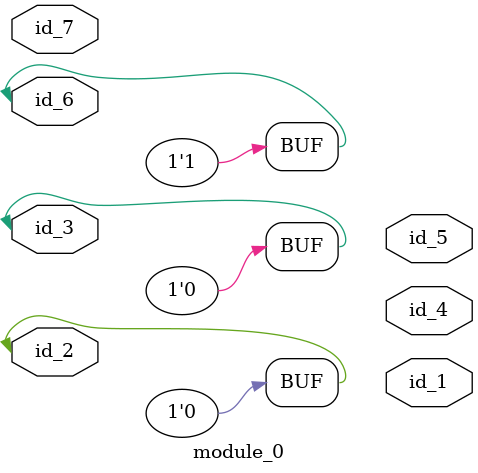
<source format=v>
module module_0 (
    id_1,
    id_2,
    id_3,
    id_4,
    id_5,
    id_6,
    id_7
);
  input id_7;
  inout id_6;
  output id_5;
  output id_4;
  inout id_3;
  inout id_2;
  output id_1;
  always {id_2, 1 != (id_3), id_3 == 1, id_6} <= 1;
endmodule

</source>
